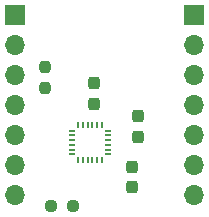
<source format=gbr>
%TF.GenerationSoftware,KiCad,Pcbnew,7.0.6*%
%TF.CreationDate,2023-08-04T12:55:21+05:30*%
%TF.ProjectId,XIAO ESP32S3 IMU,5849414f-2045-4535-9033-32533320494d,rev?*%
%TF.SameCoordinates,Original*%
%TF.FileFunction,Soldermask,Top*%
%TF.FilePolarity,Negative*%
%FSLAX46Y46*%
G04 Gerber Fmt 4.6, Leading zero omitted, Abs format (unit mm)*
G04 Created by KiCad (PCBNEW 7.0.6) date 2023-08-04 12:55:21*
%MOMM*%
%LPD*%
G01*
G04 APERTURE LIST*
G04 Aperture macros list*
%AMRoundRect*
0 Rectangle with rounded corners*
0 $1 Rounding radius*
0 $2 $3 $4 $5 $6 $7 $8 $9 X,Y pos of 4 corners*
0 Add a 4 corners polygon primitive as box body*
4,1,4,$2,$3,$4,$5,$6,$7,$8,$9,$2,$3,0*
0 Add four circle primitives for the rounded corners*
1,1,$1+$1,$2,$3*
1,1,$1+$1,$4,$5*
1,1,$1+$1,$6,$7*
1,1,$1+$1,$8,$9*
0 Add four rect primitives between the rounded corners*
20,1,$1+$1,$2,$3,$4,$5,0*
20,1,$1+$1,$4,$5,$6,$7,0*
20,1,$1+$1,$6,$7,$8,$9,0*
20,1,$1+$1,$8,$9,$2,$3,0*%
G04 Aperture macros list end*
%ADD10R,1.700000X1.700000*%
%ADD11O,1.700000X1.700000*%
%ADD12RoundRect,0.237500X-0.237500X0.300000X-0.237500X-0.300000X0.237500X-0.300000X0.237500X0.300000X0*%
%ADD13RoundRect,0.050000X0.050000X-0.225000X0.050000X0.225000X-0.050000X0.225000X-0.050000X-0.225000X0*%
%ADD14RoundRect,0.050000X0.225000X0.050000X-0.225000X0.050000X-0.225000X-0.050000X0.225000X-0.050000X0*%
%ADD15RoundRect,0.237500X0.237500X-0.300000X0.237500X0.300000X-0.237500X0.300000X-0.237500X-0.300000X0*%
%ADD16RoundRect,0.237500X-0.237500X0.250000X-0.237500X-0.250000X0.237500X-0.250000X0.237500X0.250000X0*%
%ADD17RoundRect,0.237500X0.250000X0.237500X-0.250000X0.237500X-0.250000X-0.237500X0.250000X-0.237500X0*%
G04 APERTURE END LIST*
D10*
%TO.C,J2*%
X143075000Y-60130000D03*
D11*
X143075000Y-62670000D03*
X143075000Y-65210000D03*
X143075000Y-67750000D03*
X143075000Y-70290000D03*
X143075000Y-72830000D03*
X143075000Y-75370000D03*
%TD*%
D12*
%TO.C,C2*%
X137800000Y-73037500D03*
X137800000Y-74762500D03*
%TD*%
D13*
%TO.C,U2*%
X133250000Y-72450000D03*
X133650000Y-72450000D03*
X134050000Y-72450000D03*
X134450000Y-72450000D03*
X134850000Y-72450000D03*
X135250000Y-72450000D03*
D14*
X135750000Y-71950000D03*
X135750000Y-71550000D03*
X135750000Y-71150000D03*
X135750000Y-70750000D03*
X135750000Y-70350000D03*
X135750000Y-69950000D03*
D13*
X135250000Y-69450000D03*
X134850000Y-69450000D03*
X134450000Y-69450000D03*
X134050000Y-69450000D03*
X133650000Y-69450000D03*
X133250000Y-69450000D03*
D14*
X132750000Y-69950000D03*
X132750000Y-70350000D03*
X132750000Y-70750000D03*
X132750000Y-71150000D03*
X132750000Y-71550000D03*
X132750000Y-71950000D03*
%TD*%
D15*
%TO.C,C3*%
X134550000Y-67662500D03*
X134550000Y-65937500D03*
%TD*%
D16*
%TO.C,R1*%
X130450000Y-64537500D03*
X130450000Y-66362500D03*
%TD*%
D10*
%TO.C,J1*%
X127900000Y-60130000D03*
D11*
X127900000Y-62670000D03*
X127900000Y-65210000D03*
X127900000Y-67750000D03*
X127900000Y-70290000D03*
X127900000Y-72830000D03*
X127900000Y-75370000D03*
%TD*%
D17*
%TO.C,R2*%
X132812500Y-76350000D03*
X130987500Y-76350000D03*
%TD*%
D15*
%TO.C,C1*%
X138300000Y-70462500D03*
X138300000Y-68737500D03*
%TD*%
M02*

</source>
